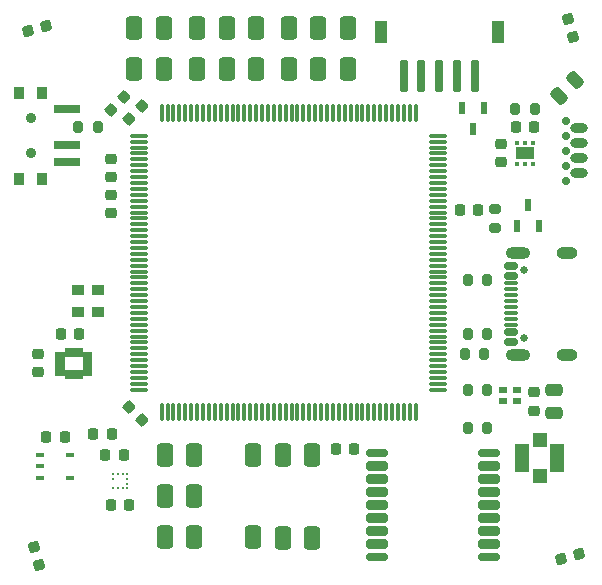
<source format=gts>
G04 #@! TF.GenerationSoftware,KiCad,Pcbnew,9.0.2-9.0.2-0~ubuntu24.04.1*
G04 #@! TF.CreationDate,2025-06-08T21:46:17-05:00*
G04 #@! TF.ProjectId,FC,46432e6b-6963-4616-945f-706362585858,rev?*
G04 #@! TF.SameCoordinates,Original*
G04 #@! TF.FileFunction,Soldermask,Top*
G04 #@! TF.FilePolarity,Negative*
%FSLAX46Y46*%
G04 Gerber Fmt 4.6, Leading zero omitted, Abs format (unit mm)*
G04 Created by KiCad (PCBNEW 9.0.2-9.0.2-0~ubuntu24.04.1) date 2025-06-08 21:46:17*
%MOMM*%
%LPD*%
G01*
G04 APERTURE LIST*
G04 Aperture macros list*
%AMRoundRect*
0 Rectangle with rounded corners*
0 $1 Rounding radius*
0 $2 $3 $4 $5 $6 $7 $8 $9 X,Y pos of 4 corners*
0 Add a 4 corners polygon primitive as box body*
4,1,4,$2,$3,$4,$5,$6,$7,$8,$9,$2,$3,0*
0 Add four circle primitives for the rounded corners*
1,1,$1+$1,$2,$3*
1,1,$1+$1,$4,$5*
1,1,$1+$1,$6,$7*
1,1,$1+$1,$8,$9*
0 Add four rect primitives between the rounded corners*
20,1,$1+$1,$2,$3,$4,$5,0*
20,1,$1+$1,$4,$5,$6,$7,0*
20,1,$1+$1,$6,$7,$8,$9,0*
20,1,$1+$1,$8,$9,$2,$3,0*%
G04 Aperture macros list end*
%ADD10C,0.010000*%
%ADD11RoundRect,0.350000X-0.350000X-0.650000X0.350000X-0.650000X0.350000X0.650000X-0.350000X0.650000X0*%
%ADD12RoundRect,0.350000X0.350000X0.650000X-0.350000X0.650000X-0.350000X-0.650000X0.350000X-0.650000X0*%
%ADD13RoundRect,0.225000X0.017678X-0.335876X0.335876X-0.017678X-0.017678X0.335876X-0.335876X0.017678X0*%
%ADD14RoundRect,0.225000X-0.225000X-0.250000X0.225000X-0.250000X0.225000X0.250000X-0.225000X0.250000X0*%
%ADD15O,1.800000X1.000000*%
%ADD16O,2.100000X1.000000*%
%ADD17RoundRect,0.075000X0.500000X-0.075000X0.500000X0.075000X-0.500000X0.075000X-0.500000X-0.075000X0*%
%ADD18RoundRect,0.150000X0.425000X-0.150000X0.425000X0.150000X-0.425000X0.150000X-0.425000X-0.150000X0*%
%ADD19C,0.650000*%
%ADD20RoundRect,0.250000X0.300000X0.700000X-0.300000X0.700000X-0.300000X-0.700000X0.300000X-0.700000X0*%
%ADD21RoundRect,0.175000X0.175000X1.175000X-0.175000X1.175000X-0.175000X-1.175000X0.175000X-1.175000X0*%
%ADD22O,1.500000X0.800000*%
%ADD23C,0.700000*%
%ADD24RoundRect,0.200000X-0.200000X-0.275000X0.200000X-0.275000X0.200000X0.275000X-0.200000X0.275000X0*%
%ADD25RoundRect,0.200000X0.275000X-0.200000X0.275000X0.200000X-0.275000X0.200000X-0.275000X-0.200000X0*%
%ADD26RoundRect,0.075000X-0.675000X-0.075000X0.675000X-0.075000X0.675000X0.075000X-0.675000X0.075000X0*%
%ADD27RoundRect,0.075000X-0.075000X-0.675000X0.075000X-0.675000X0.075000X0.675000X-0.075000X0.675000X0*%
%ADD28RoundRect,0.175000X-0.725000X-0.175000X0.725000X-0.175000X0.725000X0.175000X-0.725000X0.175000X0*%
%ADD29RoundRect,0.200000X-0.700000X-0.200000X0.700000X-0.200000X0.700000X0.200000X-0.700000X0.200000X0*%
%ADD30R,1.016000X0.838200*%
%ADD31R,0.508000X1.016000*%
%ADD32RoundRect,0.093750X0.106250X-0.093750X0.106250X0.093750X-0.106250X0.093750X-0.106250X-0.093750X0*%
%ADD33R,1.600000X1.000000*%
%ADD34R,0.774700X0.457200*%
%ADD35R,0.762000X0.508000*%
%ADD36R,2.209800X0.762000*%
%ADD37C,0.889000*%
%ADD38R,0.812800X0.990600*%
%ADD39RoundRect,0.225000X0.225000X0.250000X-0.225000X0.250000X-0.225000X-0.250000X0.225000X-0.250000X0*%
%ADD40RoundRect,0.225000X0.335876X0.017678X0.017678X0.335876X-0.335876X-0.017678X-0.017678X-0.335876X0*%
%ADD41RoundRect,0.225000X-0.250000X0.225000X-0.250000X-0.225000X0.250000X-0.225000X0.250000X0.225000X0*%
%ADD42RoundRect,0.225000X0.250000X-0.225000X0.250000X0.225000X-0.250000X0.225000X-0.250000X-0.225000X0*%
%ADD43RoundRect,0.225000X-0.152629X-0.299716X0.282038X-0.183247X0.152629X0.299716X-0.282038X0.183247X0*%
%ADD44RoundRect,0.225000X0.299716X-0.152629X0.183247X0.282038X-0.299716X0.152629X-0.183247X-0.282038X0*%
%ADD45RoundRect,0.102000X0.500000X0.525000X-0.500000X0.525000X-0.500000X-0.525000X0.500000X-0.525000X0*%
%ADD46RoundRect,0.102000X0.525000X1.100000X-0.525000X1.100000X-0.525000X-1.100000X0.525000X-1.100000X0*%
%ADD47RoundRect,0.225000X0.152629X0.299716X-0.282038X0.183247X-0.152629X-0.299716X0.282038X-0.183247X0*%
%ADD48C,0.228600*%
%ADD49RoundRect,0.250000X0.159099X-0.512652X0.512652X-0.159099X-0.159099X0.512652X-0.512652X0.159099X0*%
%ADD50RoundRect,0.250000X-0.475000X0.250000X-0.475000X-0.250000X0.475000X-0.250000X0.475000X0.250000X0*%
G04 APERTURE END LIST*
D10*
X154695000Y-80475000D02*
X153985000Y-80475000D01*
X153985000Y-80025000D01*
X154695000Y-80025000D01*
X154695000Y-80475000D01*
G36*
X154695000Y-80475000D02*
G01*
X153985000Y-80475000D01*
X153985000Y-80025000D01*
X154695000Y-80025000D01*
X154695000Y-80475000D01*
G37*
X154695000Y-80975000D02*
X153985000Y-80975000D01*
X153985000Y-80525000D01*
X154695000Y-80525000D01*
X154695000Y-80975000D01*
G36*
X154695000Y-80975000D02*
G01*
X153985000Y-80975000D01*
X153985000Y-80525000D01*
X154695000Y-80525000D01*
X154695000Y-80975000D01*
G37*
X154695000Y-81475000D02*
X153985000Y-81475000D01*
X153985000Y-81025000D01*
X154695000Y-81025000D01*
X154695000Y-81475000D01*
G36*
X154695000Y-81475000D02*
G01*
X153985000Y-81475000D01*
X153985000Y-81025000D01*
X154695000Y-81025000D01*
X154695000Y-81475000D01*
G37*
X154695000Y-81975000D02*
X153985000Y-81975000D01*
X153985000Y-81525000D01*
X154695000Y-81525000D01*
X154695000Y-81975000D01*
G36*
X154695000Y-81975000D02*
G01*
X153985000Y-81975000D01*
X153985000Y-81525000D01*
X154695000Y-81525000D01*
X154695000Y-81975000D01*
G37*
X155225000Y-82270000D02*
X154775000Y-82270000D01*
X154775000Y-81560000D01*
X155225000Y-81560000D01*
X155225000Y-82270000D01*
G36*
X155225000Y-82270000D02*
G01*
X154775000Y-82270000D01*
X154775000Y-81560000D01*
X155225000Y-81560000D01*
X155225000Y-82270000D01*
G37*
X155225000Y-80440000D02*
X154775000Y-80440000D01*
X154775000Y-79730000D01*
X155225000Y-79730000D01*
X155225000Y-80440000D01*
G36*
X155225000Y-80440000D02*
G01*
X154775000Y-80440000D01*
X154775000Y-79730000D01*
X155225000Y-79730000D01*
X155225000Y-80440000D01*
G37*
X155725000Y-82270000D02*
X155275000Y-82270000D01*
X155275000Y-81560000D01*
X155725000Y-81560000D01*
X155725000Y-82270000D01*
G36*
X155725000Y-82270000D02*
G01*
X155275000Y-82270000D01*
X155275000Y-81560000D01*
X155725000Y-81560000D01*
X155725000Y-82270000D01*
G37*
X155725000Y-80440000D02*
X155275000Y-80440000D01*
X155275000Y-79730000D01*
X155725000Y-79730000D01*
X155725000Y-80440000D01*
G36*
X155725000Y-80440000D02*
G01*
X155275000Y-80440000D01*
X155275000Y-79730000D01*
X155725000Y-79730000D01*
X155725000Y-80440000D01*
G37*
X156225000Y-82270000D02*
X155775000Y-82270000D01*
X155775000Y-81560000D01*
X156225000Y-81560000D01*
X156225000Y-82270000D01*
G36*
X156225000Y-82270000D02*
G01*
X155775000Y-82270000D01*
X155775000Y-81560000D01*
X156225000Y-81560000D01*
X156225000Y-82270000D01*
G37*
X156225000Y-80440000D02*
X155775000Y-80440000D01*
X155775000Y-79730000D01*
X156225000Y-79730000D01*
X156225000Y-80440000D01*
G36*
X156225000Y-80440000D02*
G01*
X155775000Y-80440000D01*
X155775000Y-79730000D01*
X156225000Y-79730000D01*
X156225000Y-80440000D01*
G37*
X157015000Y-80475000D02*
X156305000Y-80475000D01*
X156305000Y-80025000D01*
X157015000Y-80025000D01*
X157015000Y-80475000D01*
G36*
X157015000Y-80475000D02*
G01*
X156305000Y-80475000D01*
X156305000Y-80025000D01*
X157015000Y-80025000D01*
X157015000Y-80475000D01*
G37*
X157015000Y-80975000D02*
X156305000Y-80975000D01*
X156305000Y-80525000D01*
X157015000Y-80525000D01*
X157015000Y-80975000D01*
G36*
X157015000Y-80975000D02*
G01*
X156305000Y-80975000D01*
X156305000Y-80525000D01*
X157015000Y-80525000D01*
X157015000Y-80975000D01*
G37*
X157015000Y-81475000D02*
X156305000Y-81475000D01*
X156305000Y-81025000D01*
X157015000Y-81025000D01*
X157015000Y-81475000D01*
G36*
X157015000Y-81475000D02*
G01*
X156305000Y-81475000D01*
X156305000Y-81025000D01*
X157015000Y-81025000D01*
X157015000Y-81475000D01*
G37*
X157015000Y-81975000D02*
X156305000Y-81975000D01*
X156305000Y-81525000D01*
X157015000Y-81525000D01*
X157015000Y-81975000D01*
G36*
X157015000Y-81975000D02*
G01*
X156305000Y-81975000D01*
X156305000Y-81525000D01*
X157015000Y-81525000D01*
X157015000Y-81975000D01*
G37*
D11*
X163250000Y-88750000D03*
X163250000Y-92250000D03*
X173250000Y-95800000D03*
X165750000Y-95750000D03*
X165750000Y-88750000D03*
X175750000Y-95800000D03*
X175750000Y-88800000D03*
X170750000Y-88750000D03*
X163250000Y-95750000D03*
X173250000Y-88800000D03*
X170750000Y-95750000D03*
X165750000Y-92250000D03*
D12*
X163200000Y-52600000D03*
D11*
X171000000Y-52600000D03*
X166000000Y-52600000D03*
X168500000Y-52600000D03*
X176250000Y-52600000D03*
X173750000Y-52600000D03*
D12*
X160700000Y-52600000D03*
D11*
X178750000Y-52600000D03*
X171000000Y-56100000D03*
X173750000Y-56100000D03*
X160700000Y-56100000D03*
X176250000Y-56100000D03*
X168500000Y-56100000D03*
X178750000Y-56100000D03*
X163200000Y-56100000D03*
X166000000Y-56100000D03*
D13*
X161298008Y-59201992D03*
X160201992Y-60298008D03*
D14*
X179275000Y-88250000D03*
X177725000Y-88250000D03*
D13*
X159798008Y-58451992D03*
X158701992Y-59548008D03*
D15*
X197325000Y-71680000D03*
D16*
X193145000Y-71680000D03*
D15*
X197325000Y-80320000D03*
D16*
X193145000Y-80320000D03*
D17*
X192570000Y-77750000D03*
X192570000Y-76750000D03*
X192570000Y-75250000D03*
X192570000Y-74250000D03*
D18*
X192570000Y-72800000D03*
X192570000Y-73600000D03*
D17*
X192570000Y-74750000D03*
X192570000Y-75750000D03*
X192570000Y-76250000D03*
X192570000Y-77250000D03*
D18*
X192570000Y-78400000D03*
X192570000Y-79200000D03*
D19*
X193645000Y-73110000D03*
X193645000Y-78890000D03*
D20*
X181550000Y-52950000D03*
X191450000Y-52950000D03*
D21*
X183500000Y-56650000D03*
X185000000Y-56650000D03*
X186500000Y-56650000D03*
X188000000Y-56650000D03*
X189500000Y-56650000D03*
D22*
X198368500Y-64905000D03*
X198368500Y-63635000D03*
X198368500Y-62365000D03*
X198368500Y-61095000D03*
D23*
X197213500Y-60460000D03*
X197213500Y-61730000D03*
X197213500Y-63000000D03*
X197213500Y-64270000D03*
X197213500Y-65540000D03*
D24*
X157575000Y-61000000D03*
X155925000Y-61000000D03*
X190575000Y-74000000D03*
X188925000Y-74000000D03*
X190575000Y-78500000D03*
X188925000Y-78500000D03*
X194575000Y-59500000D03*
X192925000Y-59500000D03*
D25*
X191250000Y-67925000D03*
X191250000Y-69575000D03*
D24*
X190575000Y-83250000D03*
X188925000Y-83250000D03*
X190325000Y-80250000D03*
X188675000Y-80250000D03*
X190575000Y-86500000D03*
X188925000Y-86500000D03*
D26*
X161075000Y-61750000D03*
X161075000Y-62250000D03*
X161075000Y-62750000D03*
X161075000Y-63250000D03*
X161075000Y-63750000D03*
X161075000Y-64250000D03*
X161075000Y-64750000D03*
X161075000Y-65250000D03*
X161075000Y-65750000D03*
X161075000Y-66250000D03*
X161075000Y-66750000D03*
X161075000Y-67250000D03*
X161075000Y-67750000D03*
X161075000Y-68250000D03*
X161075000Y-68750000D03*
X161075000Y-69250000D03*
X161075000Y-69750000D03*
X161075000Y-70250000D03*
X161075000Y-70750000D03*
X161075000Y-71250000D03*
X161075000Y-71750000D03*
X161075000Y-72250000D03*
X161075000Y-72750000D03*
X161075000Y-73250000D03*
X161075000Y-73750000D03*
X161075000Y-74250000D03*
X161075000Y-74750000D03*
X161075000Y-75250000D03*
X161075000Y-75750000D03*
X161075000Y-76250000D03*
X161075000Y-76750000D03*
X161075000Y-77250000D03*
X161075000Y-77750000D03*
X161075000Y-78250000D03*
X161075000Y-78750000D03*
X161075000Y-79250000D03*
X161075000Y-79750000D03*
X161075000Y-80250000D03*
X161075000Y-80750000D03*
X161075000Y-81250000D03*
X161075000Y-81750000D03*
X161075000Y-82250000D03*
X161075000Y-82750000D03*
X161075000Y-83250000D03*
D27*
X163000000Y-85175000D03*
X163500000Y-85175000D03*
X164000000Y-85175000D03*
X164500000Y-85175000D03*
X165000000Y-85175000D03*
X165500000Y-85175000D03*
X166000000Y-85175000D03*
X166500000Y-85175000D03*
X167000000Y-85175000D03*
X167500000Y-85175000D03*
X168000000Y-85175000D03*
X168500000Y-85175000D03*
X169000000Y-85175000D03*
X169500000Y-85175000D03*
X170000000Y-85175000D03*
X170500000Y-85175000D03*
X171000000Y-85175000D03*
X171500000Y-85175000D03*
X172000000Y-85175000D03*
X172500000Y-85175000D03*
X173000000Y-85175000D03*
X173500000Y-85175000D03*
X174000000Y-85175000D03*
X174500000Y-85175000D03*
X175000000Y-85175000D03*
X175500000Y-85175000D03*
X176000000Y-85175000D03*
X176500000Y-85175000D03*
X177000000Y-85175000D03*
X177500000Y-85175000D03*
X178000000Y-85175000D03*
X178500000Y-85175000D03*
X179000000Y-85175000D03*
X179500000Y-85175000D03*
X180000000Y-85175000D03*
X180500000Y-85175000D03*
X181000000Y-85175000D03*
X181500000Y-85175000D03*
X182000000Y-85175000D03*
X182500000Y-85175000D03*
X183000000Y-85175000D03*
X183500000Y-85175000D03*
X184000000Y-85175000D03*
X184500000Y-85175000D03*
D26*
X186425000Y-83250000D03*
X186425000Y-82750000D03*
X186425000Y-82250000D03*
X186425000Y-81750000D03*
X186425000Y-81250000D03*
X186425000Y-80750000D03*
X186425000Y-80250000D03*
X186425000Y-79750000D03*
X186425000Y-79250000D03*
X186425000Y-78750000D03*
X186425000Y-78250000D03*
X186425000Y-77750000D03*
X186425000Y-77250000D03*
X186425000Y-76750000D03*
X186425000Y-76250000D03*
X186425000Y-75750000D03*
X186425000Y-75250000D03*
X186425000Y-74750000D03*
X186425000Y-74250000D03*
X186425000Y-73750000D03*
X186425000Y-73250000D03*
X186425000Y-72750000D03*
X186425000Y-72250000D03*
X186425000Y-71750000D03*
X186425000Y-71250000D03*
X186425000Y-70750000D03*
X186425000Y-70250000D03*
X186425000Y-69750000D03*
X186425000Y-69250000D03*
X186425000Y-68750000D03*
X186425000Y-68250000D03*
X186425000Y-67750000D03*
X186425000Y-67250000D03*
X186425000Y-66750000D03*
X186425000Y-66250000D03*
X186425000Y-65750000D03*
X186425000Y-65250000D03*
X186425000Y-64750000D03*
X186425000Y-64250000D03*
X186425000Y-63750000D03*
X186425000Y-63250000D03*
X186425000Y-62750000D03*
X186425000Y-62250000D03*
X186425000Y-61750000D03*
D27*
X184500000Y-59825000D03*
X184000000Y-59825000D03*
X183500000Y-59825000D03*
X183000000Y-59825000D03*
X182500000Y-59825000D03*
X182000000Y-59825000D03*
X181500000Y-59825000D03*
X181000000Y-59825000D03*
X180500000Y-59825000D03*
X180000000Y-59825000D03*
X179500000Y-59825000D03*
X179000000Y-59825000D03*
X178500000Y-59825000D03*
X178000000Y-59825000D03*
X177500000Y-59825000D03*
X177000000Y-59825000D03*
X176500000Y-59825000D03*
X176000000Y-59825000D03*
X175500000Y-59825000D03*
X175000000Y-59825000D03*
X174500000Y-59825000D03*
X174000000Y-59825000D03*
X173500000Y-59825000D03*
X173000000Y-59825000D03*
X172500000Y-59825000D03*
X172000000Y-59825000D03*
X171500000Y-59825000D03*
X171000000Y-59825000D03*
X170500000Y-59825000D03*
X170000000Y-59825000D03*
X169500000Y-59825000D03*
X169000000Y-59825000D03*
X168500000Y-59825000D03*
X168000000Y-59825000D03*
X167500000Y-59825000D03*
X167000000Y-59825000D03*
X166500000Y-59825000D03*
X166000000Y-59825000D03*
X165500000Y-59825000D03*
X165000000Y-59825000D03*
X164500000Y-59825000D03*
X164000000Y-59825000D03*
X163500000Y-59825000D03*
X163000000Y-59825000D03*
D28*
X181250000Y-88600000D03*
D29*
X181250000Y-89700000D03*
X181250000Y-90800000D03*
X181250000Y-91900000D03*
X181250000Y-93000000D03*
X181250000Y-94100000D03*
X181250000Y-95200000D03*
X181250000Y-96300000D03*
D28*
X181250000Y-97400000D03*
X190750000Y-97400000D03*
D29*
X190750000Y-96300000D03*
X190750000Y-95200000D03*
X190750000Y-94100000D03*
X190750000Y-93000000D03*
X190750000Y-91900000D03*
X190750000Y-90800000D03*
X190750000Y-89700000D03*
D28*
X190750000Y-88600000D03*
D30*
X155929801Y-74825001D03*
X155929801Y-76674999D03*
X157570199Y-76674999D03*
X157570199Y-74825001D03*
D31*
X190317500Y-59361000D03*
X188412500Y-59361000D03*
X189365000Y-61139000D03*
X193047500Y-69389000D03*
X194952500Y-69389000D03*
X194000000Y-67611000D03*
D32*
X193100000Y-64137500D03*
X193750000Y-64137500D03*
X194400000Y-64137500D03*
X194400000Y-62362500D03*
X193750000Y-62362500D03*
X193100000Y-62362500D03*
D33*
X193750000Y-63250000D03*
D34*
X152736350Y-88799999D03*
X152736350Y-89750000D03*
X152736350Y-90700001D03*
X155263650Y-90700001D03*
X155263650Y-88799999D03*
D35*
X193072201Y-83275000D03*
X193072201Y-84225000D03*
X191927799Y-84225000D03*
X191927799Y-83275000D03*
D36*
X155000700Y-59499998D03*
X155000700Y-62500000D03*
X155000700Y-64000000D03*
D37*
X151900000Y-60250009D03*
X151900000Y-63250009D03*
D38*
X150935000Y-58099999D03*
X152865000Y-58099999D03*
X150935000Y-65399999D03*
X152865000Y-65399999D03*
D39*
X189775000Y-68000000D03*
X188225000Y-68000000D03*
D14*
X159775000Y-88750000D03*
X158225000Y-88750000D03*
D39*
X158725000Y-93000000D03*
X160275000Y-93000000D03*
X153225000Y-87250000D03*
X154775000Y-87250000D03*
X157225000Y-87000000D03*
X158775000Y-87000000D03*
D40*
X160201992Y-84701992D03*
X161298008Y-85798008D03*
D41*
X158750000Y-68325000D03*
X158750000Y-66775000D03*
X158750000Y-65275000D03*
X158750000Y-63725000D03*
D42*
X152500000Y-80225000D03*
X152500000Y-81775000D03*
D14*
X156025000Y-78500000D03*
X154475000Y-78500000D03*
D43*
X198298593Y-97149415D03*
X196801407Y-97550585D03*
D44*
X152174415Y-96601407D03*
X152575585Y-98098593D03*
D45*
X195000000Y-90525000D03*
D46*
X196475000Y-89000000D03*
D45*
X195000000Y-87475000D03*
D46*
X193525000Y-89000000D03*
D39*
X194525000Y-61000000D03*
X192975000Y-61000000D03*
D41*
X191750000Y-62450000D03*
X191750000Y-64000000D03*
D47*
X153198593Y-52449415D03*
X151701407Y-52850585D03*
D41*
X194500000Y-83475000D03*
X194500000Y-85025000D03*
D44*
X197825585Y-53398593D03*
X197424415Y-51901407D03*
D48*
X160100000Y-90400000D03*
X160100000Y-90800000D03*
X160100000Y-91200000D03*
X160100000Y-91600000D03*
X159700000Y-90400000D03*
X159700000Y-91600000D03*
X159300000Y-90400000D03*
X159300000Y-91600000D03*
X158900000Y-90400000D03*
X158900000Y-90800000D03*
X158900000Y-91600000D03*
D49*
X196656498Y-58343502D03*
X198000000Y-57000000D03*
D50*
X196250000Y-83300000D03*
X196250000Y-85200000D03*
M02*

</source>
